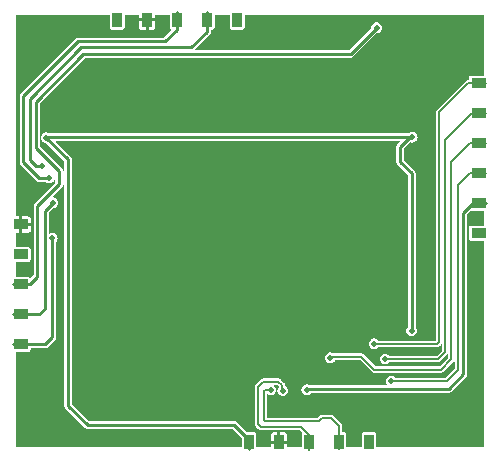
<source format=gbl>
%TF.GenerationSoftware,KiCad,Pcbnew,7.99.0-2677-g3cd60007c5*%
%TF.CreationDate,2023-11-18T11:29:50+03:00*%
%TF.ProjectId,Movita Pro V2_1,4d6f7669-7461-4205-9072-6f2056325f31,rev?*%
%TF.SameCoordinates,Original*%
%TF.FileFunction,Copper,L2,Bot*%
%TF.FilePolarity,Positive*%
%FSLAX46Y46*%
G04 Gerber Fmt 4.6, Leading zero omitted, Abs format (unit mm)*
G04 Created by KiCad (PCBNEW 7.99.0-2677-g3cd60007c5) date 2023-11-18 11:29:50*
%MOMM*%
%LPD*%
G01*
G04 APERTURE LIST*
%TA.AperFunction,CastellatedPad*%
%ADD10R,1.250000X0.850000*%
%TD*%
%TA.AperFunction,CastellatedPad*%
%ADD11R,0.850000X1.250000*%
%TD*%
%TA.AperFunction,ViaPad*%
%ADD12C,0.508000*%
%TD*%
%TA.AperFunction,Conductor*%
%ADD13C,0.254000*%
%TD*%
%TA.AperFunction,Conductor*%
%ADD14C,0.127000*%
%TD*%
G04 APERTURE END LIST*
D10*
%TO.P,J4,1,1*%
%TO.N,/MODEM_NET_STATUS*%
X167881100Y-105183600D03*
%TO.P,J4,2,2*%
%TO.N,VDD_EXT_1V8*%
X167881100Y-102643600D03*
%TO.P,J4,3,3*%
%TO.N,/USIM_VDD*%
X167881100Y-100103600D03*
%TO.P,J4,4,4*%
%TO.N,/USIM_DATA*%
X167881100Y-97563600D03*
%TO.P,J4,5,5*%
%TO.N,/USIM_CLK*%
X167881100Y-95023600D03*
%TO.P,J4,6,6*%
%TO.N,/USIM_RST*%
X167881100Y-92483600D03*
%TD*%
D11*
%TO.P,J1,1,1*%
%TO.N,/USIM_PRESENCE*%
X147446100Y-87128600D03*
%TO.P,J1,2,2*%
%TO.N,/RTS*%
X144906100Y-87128600D03*
%TO.P,J1,3,3*%
%TO.N,/CTS*%
X142366100Y-87128600D03*
%TO.P,J1,4,4*%
%TO.N,GND*%
X139826100Y-87128600D03*
%TO.P,J1,5,5*%
%TO.N,/ANT_DIV*%
X137286100Y-87128600D03*
%TD*%
D10*
%TO.P,J2,1,1*%
%TO.N,GND*%
X129121100Y-104453600D03*
%TO.P,J2,2,2*%
%TO.N,/ANT GNSS*%
X129121100Y-106993600D03*
%TO.P,J2,3,3*%
%TO.N,/ANT MAIN*%
X129121100Y-109533600D03*
%TO.P,J2,4,4*%
%TO.N,/RXD*%
X129121100Y-112073600D03*
%TO.P,J2,5,5*%
%TO.N,/TXD*%
X129121100Y-114613600D03*
%TD*%
D11*
%TO.P,J3,1,1*%
%TO.N,+3V8*%
X148436100Y-122878600D03*
%TO.P,J3,2,2*%
%TO.N,GND*%
X150976100Y-122878600D03*
%TO.P,J3,3,3*%
%TO.N,/USB_P*%
X153516100Y-122878600D03*
%TO.P,J3,4,4*%
%TO.N,/USB_N*%
X156056100Y-122878600D03*
%TO.P,J3,5,5*%
%TO.N,+3V8*%
X158596100Y-122878600D03*
%TD*%
D12*
%TO.N,VDD_EXT_1V8*%
X153346100Y-118433600D03*
%TO.N,GND*%
X141336100Y-122333600D03*
X135466100Y-112483600D03*
X142360300Y-91477440D03*
X135366100Y-99513600D03*
X135346100Y-98523600D03*
X158326100Y-91533600D03*
X162216100Y-95593600D03*
X141396100Y-91493600D03*
X135426100Y-114503600D03*
X143296100Y-122253600D03*
X140326100Y-122323600D03*
X162321100Y-98498600D03*
X148306100Y-118513600D03*
X135356100Y-95503600D03*
X156276100Y-91553600D03*
X135396100Y-111493600D03*
%TO.N,+3V8*%
X162256100Y-97063600D03*
X131276100Y-97093600D03*
X162218630Y-113430870D03*
%TO.N,/RTS*%
X130896100Y-99533600D03*
%TO.N,/CTS*%
X131531100Y-100503600D03*
%TO.N,/ANT MAIN*%
X159246100Y-87803600D03*
%TO.N,/RXD*%
X131830980Y-102598390D03*
%TO.N,/TXD*%
X131786890Y-105610950D03*
%TO.N,/USB_P*%
X151311450Y-118511480D03*
%TO.N,/USB_N*%
X150276100Y-118433600D03*
%TO.N,/USIM_VDD*%
X160496100Y-117713600D03*
%TO.N,/USIM_DATA*%
X155322374Y-115726374D03*
%TO.N,/USIM_CLK*%
X159966100Y-115833600D03*
%TO.N,/USIM_RST*%
X159036100Y-114553600D03*
%TD*%
D13*
%TO.N,VDD_EXT_1V8*%
X153394700Y-118385000D02*
X153574300Y-118385000D01*
X153346100Y-118433600D02*
X153394700Y-118385000D01*
X166595850Y-117115760D02*
X166595850Y-103473850D01*
X153574300Y-118385000D02*
X153584550Y-118374760D01*
X167436100Y-102633600D02*
X168506100Y-102633600D01*
X153584550Y-118374760D02*
X165336850Y-118374760D01*
X165336850Y-118374760D02*
X166595850Y-117115760D01*
X166595850Y-103473850D02*
X167436100Y-102633600D01*
%TO.N,+3V8*%
X162017500Y-97112200D02*
X162207500Y-97112200D01*
X162218630Y-113430870D02*
X162218630Y-100116130D01*
X134786100Y-121443600D02*
X147216100Y-121443600D01*
X161236100Y-99133600D02*
X161236100Y-97893600D01*
X162207500Y-97112200D02*
X162256100Y-97063600D01*
X131338310Y-97031390D02*
X162017500Y-97031390D01*
X161236100Y-99133600D02*
X162218630Y-100116130D01*
X131276100Y-97093600D02*
X131338310Y-97031390D01*
X131276100Y-97093600D02*
X133126100Y-98943600D01*
X133126100Y-119783600D02*
X134786100Y-121443600D01*
X133126100Y-98943600D02*
X133126100Y-119783600D01*
X147216100Y-121443600D02*
X148436100Y-122663600D01*
X161236100Y-97893600D02*
X162017500Y-97112200D01*
X148436100Y-122663600D02*
X148436100Y-123503600D01*
%TO.N,/RTS*%
X130896100Y-99533600D02*
X130436100Y-99533600D01*
X129878100Y-98975600D02*
X129878100Y-93801600D01*
X134218100Y-89461600D02*
X143568100Y-89461600D01*
X143568100Y-89461600D02*
X144906100Y-88123600D01*
X129878100Y-93801600D02*
X134218100Y-89461600D01*
X130436100Y-99533600D02*
X129878100Y-98975600D01*
X144906100Y-88123600D02*
X144906100Y-86503600D01*
%TO.N,/CTS*%
X130696100Y-100513600D02*
X129346100Y-99163600D01*
X141366100Y-88953600D02*
X142366100Y-87953600D01*
X131531100Y-100503600D02*
X131521100Y-100513600D01*
X131521100Y-100513600D02*
X130696100Y-100513600D01*
X133976100Y-88953600D02*
X141366100Y-88953600D01*
X129346100Y-99163600D02*
X129346100Y-93583600D01*
X142366100Y-87953600D02*
X142366100Y-86503600D01*
X129346100Y-93583600D02*
X133976100Y-88953600D01*
%TO.N,/ANT MAIN*%
X132386100Y-101043600D02*
X132386100Y-99963600D01*
X130526100Y-102903600D02*
X132386100Y-101043600D01*
X130386100Y-97963590D02*
X130386100Y-94043600D01*
X134426100Y-90003600D02*
X157046100Y-90003600D01*
X130526100Y-108873600D02*
X130526100Y-102903600D01*
X128496100Y-109533600D02*
X129866100Y-109533600D01*
X132386100Y-99963600D02*
X130386100Y-97963590D01*
X129866100Y-109533600D02*
X130526100Y-108873600D01*
X157046100Y-90003600D02*
X159246100Y-87803600D01*
X130386100Y-94043600D02*
X134426100Y-90003600D01*
%TO.N,/RXD*%
X131151890Y-103277480D02*
X131830980Y-102598390D01*
X128496100Y-112073600D02*
X130686100Y-112073600D01*
X130686100Y-112073600D02*
X131151890Y-111607810D01*
X131151890Y-111607810D02*
X131151890Y-103277480D01*
%TO.N,/TXD*%
X131176100Y-114613600D02*
X131786890Y-114002810D01*
X131786890Y-114002810D02*
X131786890Y-105610950D01*
X128496100Y-114613600D02*
X131176100Y-114613600D01*
D14*
%TO.N,/USB_P*%
X151247070Y-118447100D02*
X151311450Y-118511480D01*
X149197310Y-118198330D02*
X149645930Y-117749720D01*
X153516100Y-123483600D02*
X153516100Y-122243600D01*
X150929810Y-117749720D02*
X151247070Y-118066980D01*
X153516100Y-122243600D02*
X152866100Y-121593600D01*
X151247070Y-118066980D02*
X151247070Y-118447100D01*
X149645930Y-117749720D02*
X150929810Y-117749720D01*
X149436100Y-121593600D02*
X149197310Y-121354810D01*
X149197310Y-121354810D02*
X149197310Y-118198330D01*
X153546100Y-123513600D02*
X153516100Y-123483600D01*
X152866100Y-121593600D02*
X149436100Y-121593600D01*
%TO.N,/USB_N*%
X155386100Y-120813600D02*
X154636100Y-120813600D01*
X156056100Y-121483600D02*
X155386100Y-120813600D01*
X149696100Y-118553600D02*
X149816100Y-118433600D01*
X156056100Y-123503600D02*
X156056100Y-121483600D01*
X154636100Y-120813600D02*
X154386100Y-121063600D01*
X149696100Y-120989200D02*
X149696100Y-118553600D01*
X149816100Y-118433600D02*
X150276100Y-118433600D01*
X154386100Y-121063600D02*
X149770500Y-121063600D01*
X149770500Y-121063600D02*
X149696100Y-120989200D01*
%TO.N,/USIM_VDD*%
X165165730Y-117723600D02*
X166107100Y-116782230D01*
X160506100Y-117723600D02*
X165165730Y-117723600D01*
X160496100Y-117713600D02*
X160506100Y-117723600D01*
X167136100Y-100103600D02*
X168506100Y-100103600D01*
X166107100Y-116782230D02*
X166107100Y-101132600D01*
X166107100Y-101132600D02*
X167136100Y-100103600D01*
%TO.N,/USIM_DATA*%
X155415148Y-115633600D02*
X157964010Y-115633600D01*
X164716100Y-116733600D02*
X165586100Y-115863600D01*
X155322374Y-115726374D02*
X155415148Y-115633600D01*
X159064010Y-116733600D02*
X164716100Y-116733600D01*
X157964010Y-115633600D02*
X159064010Y-116733600D01*
X165586100Y-99163600D02*
X167196100Y-97553600D01*
X165586100Y-115863600D02*
X165586100Y-99163600D01*
X167196100Y-97553600D02*
X168506100Y-97553600D01*
%TO.N,/USIM_CLK*%
X165078100Y-115233600D02*
X165078100Y-97291600D01*
X164468100Y-115843600D02*
X165078100Y-115233600D01*
X165078100Y-97291600D02*
X167356100Y-95013600D01*
X167356100Y-95013600D02*
X168506100Y-95013600D01*
X159976100Y-115843600D02*
X164468100Y-115843600D01*
%TO.N,/USIM_RST*%
X167016100Y-92473600D02*
X168506100Y-92473600D01*
X164536100Y-94953600D02*
X167016100Y-92473600D01*
X159036100Y-114553600D02*
X159056100Y-114573600D01*
X164536100Y-114424810D02*
X164536100Y-94953600D01*
X164387310Y-114573600D02*
X164536100Y-114424810D01*
X159056100Y-114573600D02*
X164387310Y-114573600D01*
%TD*%
%TA.AperFunction,Conductor*%
%TO.N,GND*%
G36*
X132789738Y-101122158D02*
G01*
X132798600Y-101150264D01*
X132798600Y-119768227D01*
X132798507Y-119770363D01*
X132794813Y-119812586D01*
X132805778Y-119853507D01*
X132806241Y-119855594D01*
X132813602Y-119897337D01*
X132817695Y-119904427D01*
X132822588Y-119916242D01*
X132824705Y-119924142D01*
X132824706Y-119924143D01*
X132849015Y-119958860D01*
X132850156Y-119960651D01*
X132871348Y-119997358D01*
X132903814Y-120024600D01*
X132905391Y-120026045D01*
X134543653Y-121664308D01*
X134545098Y-121665885D01*
X134572336Y-121698347D01*
X134572338Y-121698349D01*
X134609036Y-121719536D01*
X134610840Y-121720685D01*
X134645555Y-121744994D01*
X134645557Y-121744995D01*
X134653460Y-121747112D01*
X134665280Y-121752009D01*
X134672358Y-121756095D01*
X134672358Y-121756096D01*
X134672359Y-121756096D01*
X134672361Y-121756097D01*
X134705218Y-121761890D01*
X134714094Y-121763455D01*
X134716178Y-121763917D01*
X134757116Y-121774887D01*
X134792064Y-121771829D01*
X134799342Y-121771193D01*
X134801478Y-121771100D01*
X147060150Y-121771100D01*
X147094798Y-121785452D01*
X147796248Y-122486902D01*
X147810600Y-122521550D01*
X147810600Y-123254100D01*
X147796248Y-123288748D01*
X147761600Y-123303100D01*
X128745600Y-123303100D01*
X128710952Y-123288748D01*
X128696600Y-123254100D01*
X128696600Y-115288100D01*
X128710952Y-115253452D01*
X128745600Y-115239100D01*
X129765845Y-115239100D01*
X129765848Y-115239100D01*
X129824331Y-115227467D01*
X129890652Y-115183152D01*
X129934967Y-115116831D01*
X129946600Y-115058348D01*
X129946600Y-114990100D01*
X129960952Y-114955452D01*
X129995600Y-114941100D01*
X131160727Y-114941100D01*
X131162863Y-114941193D01*
X131170809Y-114941888D01*
X131205084Y-114944887D01*
X131246021Y-114933916D01*
X131248100Y-114933456D01*
X131289839Y-114926097D01*
X131296927Y-114922004D01*
X131308737Y-114917111D01*
X131316643Y-114914994D01*
X131351350Y-114890691D01*
X131353147Y-114889545D01*
X131389860Y-114868350D01*
X131417118Y-114835863D01*
X131418539Y-114834313D01*
X132007620Y-114245233D01*
X132009158Y-114243823D01*
X132041640Y-114216570D01*
X132062830Y-114179865D01*
X132063976Y-114178068D01*
X132070429Y-114168852D01*
X132088285Y-114143353D01*
X132090403Y-114135444D01*
X132095297Y-114123632D01*
X132099387Y-114116549D01*
X132106745Y-114074812D01*
X132107208Y-114072726D01*
X132114894Y-114044047D01*
X132118177Y-114031794D01*
X132114483Y-113989568D01*
X132114390Y-113987432D01*
X132114390Y-105945312D01*
X132126358Y-105913224D01*
X132173169Y-105859201D01*
X132173172Y-105859198D01*
X132227464Y-105740314D01*
X132246064Y-105610950D01*
X132227464Y-105481586D01*
X132173172Y-105362702D01*
X132087585Y-105263929D01*
X131977638Y-105193271D01*
X131977635Y-105193270D01*
X131852241Y-105156450D01*
X131852237Y-105156450D01*
X131721543Y-105156450D01*
X131721538Y-105156450D01*
X131596144Y-105193270D01*
X131596142Y-105193270D01*
X131596142Y-105193271D01*
X131554880Y-105219788D01*
X131517974Y-105226446D01*
X131487168Y-105205057D01*
X131479390Y-105178566D01*
X131479390Y-103433430D01*
X131493742Y-103398782D01*
X131825283Y-103067242D01*
X131859931Y-103052890D01*
X131896326Y-103052890D01*
X131896327Y-103052890D01*
X131896329Y-103052889D01*
X131896331Y-103052889D01*
X131917064Y-103046800D01*
X132021728Y-103016069D01*
X132131675Y-102945411D01*
X132217262Y-102846638D01*
X132271554Y-102727754D01*
X132290154Y-102598390D01*
X132289485Y-102593740D01*
X132277166Y-102508060D01*
X132271554Y-102469026D01*
X132217262Y-102350142D01*
X132131675Y-102251369D01*
X132021728Y-102180711D01*
X132021725Y-102180710D01*
X131896331Y-102143890D01*
X131896327Y-102143890D01*
X131867259Y-102143890D01*
X131832611Y-102129538D01*
X131818259Y-102094890D01*
X131832611Y-102060242D01*
X131923753Y-101969100D01*
X132606819Y-101286034D01*
X132608369Y-101284613D01*
X132640850Y-101257360D01*
X132662043Y-101220650D01*
X132663183Y-101218860D01*
X132687494Y-101184143D01*
X132689611Y-101176237D01*
X132694504Y-101164427D01*
X132698597Y-101157339D01*
X132701344Y-101141755D01*
X132721494Y-101110126D01*
X132758108Y-101102008D01*
X132789738Y-101122158D01*
G37*
%TD.AperFunction*%
%TA.AperFunction,Conductor*%
G36*
X146806248Y-86718452D02*
G01*
X146820600Y-86753100D01*
X146820600Y-87773348D01*
X146832233Y-87831831D01*
X146849982Y-87858395D01*
X146876547Y-87898152D01*
X146903112Y-87915901D01*
X146942869Y-87942467D01*
X147001352Y-87954100D01*
X147001355Y-87954100D01*
X147890845Y-87954100D01*
X147890848Y-87954100D01*
X147949331Y-87942467D01*
X148015652Y-87898152D01*
X148059967Y-87831831D01*
X148071600Y-87773348D01*
X148071600Y-86753100D01*
X148085952Y-86718452D01*
X148120600Y-86704100D01*
X168256600Y-86704100D01*
X168291248Y-86718452D01*
X168305600Y-86753100D01*
X168305600Y-91809100D01*
X168291248Y-91843748D01*
X168256600Y-91858100D01*
X167236352Y-91858100D01*
X167177869Y-91869733D01*
X167111547Y-91914047D01*
X167067233Y-91980369D01*
X167055600Y-92038852D01*
X167055600Y-92038855D01*
X167055600Y-92156357D01*
X167041248Y-92191005D01*
X167016159Y-92204415D01*
X166913094Y-92224915D01*
X166880474Y-92246711D01*
X166847810Y-92268537D01*
X166847806Y-92268540D01*
X166847591Y-92268684D01*
X166847579Y-92268692D01*
X166825766Y-92283268D01*
X166825763Y-92283271D01*
X166813719Y-92301296D01*
X166807626Y-92308720D01*
X164371221Y-94745125D01*
X164363799Y-94751217D01*
X164345767Y-94763266D01*
X164327854Y-94790073D01*
X164327852Y-94790077D01*
X164287417Y-94850592D01*
X164266928Y-94953600D01*
X164271159Y-94974870D01*
X164272100Y-94984429D01*
X164272100Y-114260600D01*
X164257748Y-114295248D01*
X164223100Y-114309600D01*
X159448441Y-114309600D01*
X159413793Y-114295248D01*
X159411409Y-114292688D01*
X159336795Y-114206579D01*
X159226848Y-114135921D01*
X159225241Y-114135449D01*
X159101451Y-114099100D01*
X159101447Y-114099100D01*
X158970753Y-114099100D01*
X158970748Y-114099100D01*
X158845354Y-114135920D01*
X158845352Y-114135920D01*
X158845352Y-114135921D01*
X158811549Y-114157644D01*
X158735404Y-114206579D01*
X158649820Y-114305348D01*
X158649817Y-114305352D01*
X158595526Y-114424234D01*
X158576926Y-114553598D01*
X158576926Y-114553601D01*
X158595526Y-114682965D01*
X158649817Y-114801847D01*
X158649820Y-114801851D01*
X158728603Y-114892771D01*
X158735405Y-114900621D01*
X158845352Y-114971279D01*
X158909451Y-114990100D01*
X158970748Y-115008099D01*
X158970751Y-115008099D01*
X158970753Y-115008100D01*
X158970754Y-115008100D01*
X159101446Y-115008100D01*
X159101447Y-115008100D01*
X159101449Y-115008099D01*
X159101451Y-115008099D01*
X159122184Y-115002010D01*
X159226848Y-114971279D01*
X159336795Y-114900621D01*
X159376749Y-114854512D01*
X159410285Y-114837725D01*
X159413781Y-114837600D01*
X164356480Y-114837600D01*
X164366038Y-114838540D01*
X164387310Y-114842772D01*
X164490318Y-114822283D01*
X164555600Y-114778662D01*
X164555600Y-114778661D01*
X164565797Y-114771848D01*
X164565798Y-114771846D01*
X164577643Y-114763933D01*
X164589695Y-114745894D01*
X164595780Y-114738480D01*
X164700980Y-114633280D01*
X164708394Y-114627195D01*
X164726433Y-114615143D01*
X164726435Y-114615139D01*
X164729845Y-114611731D01*
X164731555Y-114613441D01*
X164755527Y-114597414D01*
X164792311Y-114604720D01*
X164813156Y-114635897D01*
X164814100Y-114645470D01*
X164814100Y-115103952D01*
X164799748Y-115138600D01*
X164373100Y-115565248D01*
X164338452Y-115579600D01*
X160369776Y-115579600D01*
X160335128Y-115565248D01*
X160332744Y-115562688D01*
X160266795Y-115486579D01*
X160253642Y-115478126D01*
X160156848Y-115415921D01*
X160156845Y-115415920D01*
X160031451Y-115379100D01*
X160031447Y-115379100D01*
X159900753Y-115379100D01*
X159900748Y-115379100D01*
X159775354Y-115415920D01*
X159665404Y-115486579D01*
X159579820Y-115585348D01*
X159579817Y-115585352D01*
X159525526Y-115704234D01*
X159506926Y-115833598D01*
X159506926Y-115833601D01*
X159525526Y-115962965D01*
X159579817Y-116081847D01*
X159579820Y-116081851D01*
X159665403Y-116180619D01*
X159665405Y-116180621D01*
X159775352Y-116251279D01*
X159845127Y-116271766D01*
X159900748Y-116288099D01*
X159900751Y-116288099D01*
X159900753Y-116288100D01*
X159900754Y-116288100D01*
X160031446Y-116288100D01*
X160031447Y-116288100D01*
X160031449Y-116288099D01*
X160031451Y-116288099D01*
X160052184Y-116282010D01*
X160156848Y-116251279D01*
X160266795Y-116180621D01*
X160315414Y-116124512D01*
X160348950Y-116107725D01*
X160352446Y-116107600D01*
X164437270Y-116107600D01*
X164446828Y-116108540D01*
X164468100Y-116112772D01*
X164571108Y-116092283D01*
X164636390Y-116048662D01*
X164636390Y-116048661D01*
X164646587Y-116041848D01*
X164646588Y-116041846D01*
X164658433Y-116033933D01*
X164670485Y-116015894D01*
X164676570Y-116008480D01*
X165238452Y-115446599D01*
X165273100Y-115432247D01*
X165307748Y-115446599D01*
X165322100Y-115481247D01*
X165322100Y-115733951D01*
X165307748Y-115768599D01*
X164621100Y-116455248D01*
X164586452Y-116469600D01*
X159193658Y-116469600D01*
X159159010Y-116455248D01*
X158172484Y-115468722D01*
X158166392Y-115461299D01*
X158154343Y-115443267D01*
X158125408Y-115423933D01*
X158067015Y-115384915D01*
X157990012Y-115369600D01*
X157985281Y-115368659D01*
X157964010Y-115364428D01*
X157964009Y-115364428D01*
X157942739Y-115368659D01*
X157933180Y-115369600D01*
X155622281Y-115369600D01*
X155595790Y-115361822D01*
X155513122Y-115308695D01*
X155513119Y-115308694D01*
X155387725Y-115271874D01*
X155387721Y-115271874D01*
X155257027Y-115271874D01*
X155257022Y-115271874D01*
X155131628Y-115308694D01*
X155021678Y-115379353D01*
X154936094Y-115478122D01*
X154936091Y-115478126D01*
X154881800Y-115597008D01*
X154863200Y-115726372D01*
X154863200Y-115726375D01*
X154881800Y-115855739D01*
X154936091Y-115974621D01*
X154936094Y-115974625D01*
X154994343Y-116041848D01*
X155021679Y-116073395D01*
X155131626Y-116144053D01*
X155201401Y-116164540D01*
X155257022Y-116180873D01*
X155257025Y-116180873D01*
X155257027Y-116180874D01*
X155257028Y-116180874D01*
X155387720Y-116180874D01*
X155387721Y-116180874D01*
X155387723Y-116180873D01*
X155387725Y-116180873D01*
X155408458Y-116174784D01*
X155513122Y-116144053D01*
X155623069Y-116073395D01*
X155708656Y-115974622D01*
X155730749Y-115926245D01*
X155758197Y-115900689D01*
X155775321Y-115897600D01*
X157834362Y-115897600D01*
X157869010Y-115911952D01*
X158855534Y-116898476D01*
X158861628Y-116905901D01*
X158873676Y-116923933D01*
X158895719Y-116938661D01*
X158895720Y-116938662D01*
X158961002Y-116982283D01*
X159064010Y-117002772D01*
X159085281Y-116998540D01*
X159094840Y-116997600D01*
X164685270Y-116997600D01*
X164694828Y-116998540D01*
X164716100Y-117002772D01*
X164819108Y-116982283D01*
X164884390Y-116938662D01*
X164884390Y-116938661D01*
X164894587Y-116931848D01*
X164894588Y-116931846D01*
X164906433Y-116923933D01*
X164918485Y-116905894D01*
X164924570Y-116898480D01*
X165750982Y-116072069D01*
X165758400Y-116065981D01*
X165766880Y-116060316D01*
X165803663Y-116053002D01*
X165834844Y-116073840D01*
X165843100Y-116101060D01*
X165843100Y-116652582D01*
X165828748Y-116687230D01*
X165070730Y-117445248D01*
X165036082Y-117459600D01*
X160899776Y-117459600D01*
X160865128Y-117445248D01*
X160862744Y-117442688D01*
X160796795Y-117366579D01*
X160781516Y-117356760D01*
X160686848Y-117295921D01*
X160686845Y-117295920D01*
X160561451Y-117259100D01*
X160561447Y-117259100D01*
X160430753Y-117259100D01*
X160430748Y-117259100D01*
X160305354Y-117295920D01*
X160195404Y-117366579D01*
X160109820Y-117465348D01*
X160109817Y-117465352D01*
X160055526Y-117584234D01*
X160036926Y-117713598D01*
X160036926Y-117713601D01*
X160055526Y-117842965D01*
X160109817Y-117961847D01*
X160109823Y-117961855D01*
X160113564Y-117966173D01*
X160125407Y-118001757D01*
X160108619Y-118035292D01*
X160076532Y-118047260D01*
X153599999Y-118047260D01*
X153597850Y-118047165D01*
X153597016Y-118047091D01*
X153595524Y-118046960D01*
X153573339Y-118039372D01*
X153558812Y-118030036D01*
X153536848Y-118015921D01*
X153536847Y-118015920D01*
X153536846Y-118015920D01*
X153411451Y-117979100D01*
X153411447Y-117979100D01*
X153280753Y-117979100D01*
X153280748Y-117979100D01*
X153155354Y-118015920D01*
X153155352Y-118015920D01*
X153155352Y-118015921D01*
X153133385Y-118030038D01*
X153045404Y-118086579D01*
X152959820Y-118185348D01*
X152959817Y-118185352D01*
X152905526Y-118304234D01*
X152886926Y-118433598D01*
X152886926Y-118433601D01*
X152905526Y-118562965D01*
X152959817Y-118681847D01*
X152959820Y-118681851D01*
X152980786Y-118706047D01*
X153045405Y-118780621D01*
X153155352Y-118851279D01*
X153225127Y-118871766D01*
X153280748Y-118888099D01*
X153280751Y-118888099D01*
X153280753Y-118888100D01*
X153280754Y-118888100D01*
X153411446Y-118888100D01*
X153411447Y-118888100D01*
X153411449Y-118888099D01*
X153411451Y-118888099D01*
X153432184Y-118882010D01*
X153536848Y-118851279D01*
X153646795Y-118780621D01*
X153700041Y-118719172D01*
X153733577Y-118702385D01*
X153737073Y-118702260D01*
X165321477Y-118702260D01*
X165323613Y-118702353D01*
X165331559Y-118703048D01*
X165365834Y-118706047D01*
X165406771Y-118695076D01*
X165408850Y-118694616D01*
X165450589Y-118687257D01*
X165457677Y-118683164D01*
X165469487Y-118678271D01*
X165477393Y-118676154D01*
X165512100Y-118651851D01*
X165513897Y-118650705D01*
X165550610Y-118629510D01*
X165577868Y-118597023D01*
X165579289Y-118595473D01*
X166816580Y-117358183D01*
X166818118Y-117356773D01*
X166850600Y-117329520D01*
X166871796Y-117292805D01*
X166872936Y-117291016D01*
X166897244Y-117256303D01*
X166899361Y-117248397D01*
X166904254Y-117236587D01*
X166908347Y-117229499D01*
X166915706Y-117187758D01*
X166916169Y-117185672D01*
X166927137Y-117144744D01*
X166923443Y-117102522D01*
X166923350Y-117100386D01*
X166923350Y-103629800D01*
X166937702Y-103595152D01*
X167249403Y-103283452D01*
X167284051Y-103269100D01*
X168256600Y-103269100D01*
X168291248Y-103283452D01*
X168305600Y-103318100D01*
X168305600Y-104509100D01*
X168291248Y-104543748D01*
X168256600Y-104558100D01*
X167236352Y-104558100D01*
X167177869Y-104569733D01*
X167111547Y-104614047D01*
X167067233Y-104680369D01*
X167055600Y-104738852D01*
X167055600Y-105628348D01*
X167067233Y-105686831D01*
X167084982Y-105713395D01*
X167111547Y-105753152D01*
X167138112Y-105770901D01*
X167177869Y-105797467D01*
X167236352Y-105809100D01*
X168256600Y-105809100D01*
X168291248Y-105823452D01*
X168305600Y-105858100D01*
X168305600Y-123254100D01*
X168291248Y-123288748D01*
X168256600Y-123303100D01*
X159270600Y-123303100D01*
X159235952Y-123288748D01*
X159221600Y-123254100D01*
X159221600Y-122233855D01*
X159221600Y-122233852D01*
X159209967Y-122175369D01*
X159183401Y-122135612D01*
X159165652Y-122109047D01*
X159125895Y-122082482D01*
X159099331Y-122064733D01*
X159040848Y-122053100D01*
X158151352Y-122053100D01*
X158092869Y-122064733D01*
X158026547Y-122109047D01*
X157996182Y-122154493D01*
X157982233Y-122175369D01*
X157970600Y-122233852D01*
X157970600Y-122233855D01*
X157970600Y-123254100D01*
X157956248Y-123288748D01*
X157921600Y-123303100D01*
X156730600Y-123303100D01*
X156695952Y-123288748D01*
X156681600Y-123254100D01*
X156681600Y-122233855D01*
X156681600Y-122233852D01*
X156669967Y-122175369D01*
X156643401Y-122135612D01*
X156625652Y-122109047D01*
X156585895Y-122082482D01*
X156559331Y-122064733D01*
X156500848Y-122053100D01*
X156500845Y-122053100D01*
X156369100Y-122053100D01*
X156334452Y-122038748D01*
X156320100Y-122004100D01*
X156320100Y-121514425D01*
X156321041Y-121504867D01*
X156321059Y-121504771D01*
X156325271Y-121483600D01*
X156320100Y-121457601D01*
X156320100Y-121457598D01*
X156304783Y-121380592D01*
X156266955Y-121323979D01*
X156246433Y-121293266D01*
X156228401Y-121281218D01*
X156220976Y-121275124D01*
X155594574Y-120648722D01*
X155588482Y-120641299D01*
X155576433Y-120623267D01*
X155489108Y-120564917D01*
X155489107Y-120564916D01*
X155489105Y-120564915D01*
X155412102Y-120549600D01*
X155407371Y-120548659D01*
X155386100Y-120544428D01*
X155386099Y-120544428D01*
X155364829Y-120548659D01*
X155355270Y-120549600D01*
X154666926Y-120549600D01*
X154657368Y-120548659D01*
X154646614Y-120546520D01*
X154636100Y-120544429D01*
X154636099Y-120544429D01*
X154612465Y-120549128D01*
X154612459Y-120549131D01*
X154610101Y-120549600D01*
X154610098Y-120549600D01*
X154533102Y-120564915D01*
X154533092Y-120564917D01*
X154445769Y-120623264D01*
X154445766Y-120623267D01*
X154433717Y-120641299D01*
X154427625Y-120648721D01*
X154291100Y-120785248D01*
X154256452Y-120799600D01*
X150009100Y-120799600D01*
X149974452Y-120785248D01*
X149960100Y-120750600D01*
X149960100Y-118860521D01*
X149974452Y-118825873D01*
X150009100Y-118811521D01*
X150035591Y-118819300D01*
X150085352Y-118851279D01*
X150160767Y-118873423D01*
X150210748Y-118888099D01*
X150210751Y-118888099D01*
X150210753Y-118888100D01*
X150210754Y-118888100D01*
X150341446Y-118888100D01*
X150341447Y-118888100D01*
X150341449Y-118888099D01*
X150341451Y-118888099D01*
X150362184Y-118882010D01*
X150466848Y-118851279D01*
X150576795Y-118780621D01*
X150662382Y-118681848D01*
X150716674Y-118562964D01*
X150735274Y-118433600D01*
X150716674Y-118304236D01*
X150662382Y-118185352D01*
X150662379Y-118185348D01*
X150583926Y-118094808D01*
X150572083Y-118059224D01*
X150588870Y-118025688D01*
X150620958Y-118013720D01*
X150800162Y-118013720D01*
X150834810Y-118028072D01*
X150960131Y-118153393D01*
X150974483Y-118188041D01*
X150962516Y-118220128D01*
X150925168Y-118263231D01*
X150925167Y-118263234D01*
X150870876Y-118382114D01*
X150852276Y-118511478D01*
X150852276Y-118511481D01*
X150870876Y-118640845D01*
X150925167Y-118759727D01*
X150925170Y-118759731D01*
X151004496Y-118851278D01*
X151010755Y-118858501D01*
X151120702Y-118929159D01*
X151190477Y-118949646D01*
X151246098Y-118965979D01*
X151246101Y-118965979D01*
X151246103Y-118965980D01*
X151246104Y-118965980D01*
X151376796Y-118965980D01*
X151376797Y-118965980D01*
X151376799Y-118965979D01*
X151376801Y-118965979D01*
X151397534Y-118959890D01*
X151502198Y-118929159D01*
X151612145Y-118858501D01*
X151697732Y-118759728D01*
X151752024Y-118640844D01*
X151770624Y-118511480D01*
X151752024Y-118382116D01*
X151697732Y-118263232D01*
X151680432Y-118243267D01*
X151612145Y-118164459D01*
X151584880Y-118146937D01*
X151537997Y-118116807D01*
X151516609Y-118086002D01*
X151516483Y-118071806D01*
X151516241Y-118071806D01*
X151516241Y-118066980D01*
X151511070Y-118040982D01*
X151511070Y-118040981D01*
X151511070Y-118040978D01*
X151495753Y-117963972D01*
X151472159Y-117928662D01*
X151452132Y-117898690D01*
X151452131Y-117898689D01*
X151450794Y-117896688D01*
X151437403Y-117876646D01*
X151419371Y-117864598D01*
X151411946Y-117858504D01*
X151138284Y-117584842D01*
X151132192Y-117577419D01*
X151120143Y-117559387D01*
X151032818Y-117501037D01*
X151032817Y-117501036D01*
X151032815Y-117501035D01*
X150955812Y-117485720D01*
X150951081Y-117484779D01*
X150929810Y-117480548D01*
X150929809Y-117480548D01*
X150908539Y-117484779D01*
X150898980Y-117485720D01*
X149676758Y-117485720D01*
X149667200Y-117484779D01*
X149657486Y-117482847D01*
X149645933Y-117480549D01*
X149645932Y-117480549D01*
X149621544Y-117485399D01*
X149621539Y-117485400D01*
X149619930Y-117485720D01*
X149619928Y-117485720D01*
X149601785Y-117489328D01*
X149564025Y-117496838D01*
X149551912Y-117499248D01*
X149547659Y-117500094D01*
X149546380Y-117500220D01*
X149542922Y-117501036D01*
X149509653Y-117523267D01*
X149477642Y-117544656D01*
X149477639Y-117544658D01*
X149455596Y-117559387D01*
X149455594Y-117559389D01*
X149443549Y-117577415D01*
X149437457Y-117584838D01*
X149032428Y-117989858D01*
X149025006Y-117995949D01*
X149006977Y-118007996D01*
X148992248Y-118030038D01*
X148948627Y-118095320D01*
X148947811Y-118098774D01*
X148947686Y-118100053D01*
X148943158Y-118122819D01*
X148928138Y-118198324D01*
X148928138Y-118198325D01*
X148932369Y-118219598D01*
X148933310Y-118229157D01*
X148933310Y-121323979D01*
X148932369Y-121333537D01*
X148928138Y-121354810D01*
X148933266Y-121380592D01*
X148933310Y-121380812D01*
X148948625Y-121457815D01*
X148948626Y-121457817D01*
X148948627Y-121457818D01*
X149006977Y-121545143D01*
X149025009Y-121557192D01*
X149032432Y-121563284D01*
X149227624Y-121758476D01*
X149233718Y-121765901D01*
X149245766Y-121783933D01*
X149280744Y-121807304D01*
X149333092Y-121842283D01*
X149410098Y-121857600D01*
X149410102Y-121857600D01*
X149436100Y-121862771D01*
X149453773Y-121859255D01*
X149457368Y-121858541D01*
X149466926Y-121857600D01*
X152736452Y-121857600D01*
X152771099Y-121871951D01*
X152942805Y-122043658D01*
X152957157Y-122078305D01*
X152948899Y-122105528D01*
X152902233Y-122175368D01*
X152902233Y-122175369D01*
X152890600Y-122233852D01*
X152890600Y-122233855D01*
X152890600Y-123254100D01*
X152876248Y-123288748D01*
X152841600Y-123303100D01*
X151704100Y-123303100D01*
X151669452Y-123288748D01*
X151655100Y-123254100D01*
X151655100Y-123005600D01*
X150297101Y-123005600D01*
X150297101Y-123254100D01*
X150282749Y-123288748D01*
X150248101Y-123303100D01*
X149110600Y-123303100D01*
X149075952Y-123288748D01*
X149061600Y-123254100D01*
X149061600Y-122751600D01*
X150297100Y-122751600D01*
X150849100Y-122751600D01*
X150849100Y-121999600D01*
X151103100Y-121999600D01*
X151103100Y-122751600D01*
X151655099Y-122751600D01*
X151655099Y-122228586D01*
X151640362Y-122154493D01*
X151584224Y-122070475D01*
X151500206Y-122014337D01*
X151426114Y-121999600D01*
X151103100Y-121999600D01*
X150849100Y-121999600D01*
X150526086Y-121999600D01*
X150451993Y-122014337D01*
X150367975Y-122070475D01*
X150311837Y-122154493D01*
X150297100Y-122228586D01*
X150297100Y-122751600D01*
X149061600Y-122751600D01*
X149061600Y-122233855D01*
X149061600Y-122233852D01*
X149049967Y-122175369D01*
X149023401Y-122135612D01*
X149005652Y-122109047D01*
X148965895Y-122082482D01*
X148939331Y-122064733D01*
X148880848Y-122053100D01*
X148880845Y-122053100D01*
X148309051Y-122053100D01*
X148274403Y-122038748D01*
X147458545Y-121222891D01*
X147457100Y-121221314D01*
X147429858Y-121188848D01*
X147393151Y-121167656D01*
X147391360Y-121166515D01*
X147356643Y-121142206D01*
X147356642Y-121142205D01*
X147348742Y-121140088D01*
X147336927Y-121135195D01*
X147329837Y-121131102D01*
X147288094Y-121123741D01*
X147286007Y-121123278D01*
X147245086Y-121112313D01*
X147245084Y-121112313D01*
X147227787Y-121113826D01*
X147202863Y-121116007D01*
X147200727Y-121116100D01*
X134942051Y-121116100D01*
X134907403Y-121101748D01*
X133467952Y-119662297D01*
X133453600Y-119627649D01*
X133453600Y-98958961D01*
X133453692Y-98956842D01*
X133457387Y-98914616D01*
X133446418Y-98873682D01*
X133445956Y-98871598D01*
X133442905Y-98854297D01*
X133438597Y-98829861D01*
X133434505Y-98822774D01*
X133429610Y-98810956D01*
X133427494Y-98803057D01*
X133403194Y-98768353D01*
X133402046Y-98766551D01*
X133380849Y-98729839D01*
X133380847Y-98729836D01*
X133348385Y-98702598D01*
X133346808Y-98701153D01*
X132733751Y-98088096D01*
X132088191Y-97442537D01*
X132073840Y-97407890D01*
X132088192Y-97373242D01*
X132122840Y-97358890D01*
X161189360Y-97358890D01*
X161224008Y-97373242D01*
X161238360Y-97407890D01*
X161224008Y-97442538D01*
X161015396Y-97651148D01*
X161013821Y-97652592D01*
X160981349Y-97679840D01*
X160960157Y-97716544D01*
X160959009Y-97718347D01*
X160934708Y-97753053D01*
X160934705Y-97753059D01*
X160932587Y-97760962D01*
X160927696Y-97772771D01*
X160923602Y-97779862D01*
X160916244Y-97821592D01*
X160915781Y-97823679D01*
X160904813Y-97864614D01*
X160904813Y-97864616D01*
X160908507Y-97906842D01*
X160908600Y-97908961D01*
X160908600Y-99118227D01*
X160908507Y-99120363D01*
X160904813Y-99162586D01*
X160915778Y-99203507D01*
X160916241Y-99205594D01*
X160923602Y-99247337D01*
X160927695Y-99254427D01*
X160932588Y-99266242D01*
X160934705Y-99274142D01*
X160934706Y-99274143D01*
X160959015Y-99308860D01*
X160960156Y-99310651D01*
X160981348Y-99347358D01*
X160981349Y-99347359D01*
X160981350Y-99347360D01*
X161013814Y-99374600D01*
X161015391Y-99376045D01*
X161876778Y-100237432D01*
X161891130Y-100272080D01*
X161891130Y-113096507D01*
X161879162Y-113128595D01*
X161832349Y-113182621D01*
X161832347Y-113182624D01*
X161778056Y-113301504D01*
X161759456Y-113430868D01*
X161759456Y-113430871D01*
X161778056Y-113560235D01*
X161832347Y-113679117D01*
X161832350Y-113679121D01*
X161917934Y-113777890D01*
X161917935Y-113777891D01*
X162027882Y-113848549D01*
X162091248Y-113867155D01*
X162153278Y-113885369D01*
X162153281Y-113885369D01*
X162153283Y-113885370D01*
X162153284Y-113885370D01*
X162283976Y-113885370D01*
X162283977Y-113885370D01*
X162283979Y-113885369D01*
X162283981Y-113885369D01*
X162304714Y-113879280D01*
X162409378Y-113848549D01*
X162519325Y-113777891D01*
X162604912Y-113679118D01*
X162659204Y-113560234D01*
X162677804Y-113430870D01*
X162659204Y-113301506D01*
X162604912Y-113182622D01*
X162558098Y-113128595D01*
X162546130Y-113096507D01*
X162546130Y-100131494D01*
X162546223Y-100129358D01*
X162547081Y-100119549D01*
X162549916Y-100087146D01*
X162549587Y-100085920D01*
X162538950Y-100046223D01*
X162538487Y-100044135D01*
X162537515Y-100038625D01*
X162531127Y-100002391D01*
X162527035Y-99995304D01*
X162522140Y-99983486D01*
X162520024Y-99975587D01*
X162495724Y-99940883D01*
X162494576Y-99939081D01*
X162473379Y-99902369D01*
X162473377Y-99902366D01*
X162440915Y-99875128D01*
X162439338Y-99873683D01*
X161577952Y-99012297D01*
X161563600Y-98977649D01*
X161563600Y-98049549D01*
X161577951Y-98014902D01*
X162080526Y-97512326D01*
X162115173Y-97497975D01*
X162128972Y-97499959D01*
X162190753Y-97518100D01*
X162190758Y-97518100D01*
X162321446Y-97518100D01*
X162321447Y-97518100D01*
X162321449Y-97518099D01*
X162321451Y-97518099D01*
X162344677Y-97511279D01*
X162446848Y-97481279D01*
X162556795Y-97410621D01*
X162642382Y-97311848D01*
X162696674Y-97192964D01*
X162715274Y-97063600D01*
X162714809Y-97060369D01*
X162705274Y-96994048D01*
X162696674Y-96934236D01*
X162642382Y-96815352D01*
X162556795Y-96716579D01*
X162446848Y-96645921D01*
X162446845Y-96645920D01*
X162321451Y-96609100D01*
X162321447Y-96609100D01*
X162190753Y-96609100D01*
X162190748Y-96609100D01*
X162065351Y-96645921D01*
X161987254Y-96696111D01*
X161960763Y-96703890D01*
X131524757Y-96703890D01*
X131498266Y-96696112D01*
X131466848Y-96675921D01*
X131466847Y-96675920D01*
X131466846Y-96675920D01*
X131341451Y-96639100D01*
X131341447Y-96639100D01*
X131210753Y-96639100D01*
X131210748Y-96639100D01*
X131085354Y-96675920D01*
X130975404Y-96746579D01*
X130889820Y-96845348D01*
X130889817Y-96845352D01*
X130835526Y-96964234D01*
X130816926Y-97093598D01*
X130816926Y-97093601D01*
X130835526Y-97222965D01*
X130889817Y-97341847D01*
X130889820Y-97341851D01*
X130949409Y-97410620D01*
X130975405Y-97440621D01*
X131085352Y-97511279D01*
X131155127Y-97531766D01*
X131210748Y-97548099D01*
X131210751Y-97548099D01*
X131210753Y-97548100D01*
X131247150Y-97548100D01*
X131281798Y-97562452D01*
X132784248Y-99064902D01*
X132798600Y-99099550D01*
X132798600Y-99856935D01*
X132784248Y-99891583D01*
X132749600Y-99905935D01*
X132714952Y-99891583D01*
X132701344Y-99865444D01*
X132698597Y-99849861D01*
X132697715Y-99848334D01*
X132694509Y-99842780D01*
X132689612Y-99830959D01*
X132687495Y-99823057D01*
X132663183Y-99788338D01*
X132662036Y-99786536D01*
X132640849Y-99749839D01*
X132636723Y-99746377D01*
X132608376Y-99722591D01*
X132606814Y-99721159D01*
X130727952Y-97842287D01*
X130713600Y-97807639D01*
X130713600Y-94199550D01*
X130727952Y-94164902D01*
X134547403Y-90345452D01*
X134582051Y-90331100D01*
X157030727Y-90331100D01*
X157032863Y-90331193D01*
X157040809Y-90331888D01*
X157075084Y-90334887D01*
X157116021Y-90323916D01*
X157118100Y-90323456D01*
X157159839Y-90316097D01*
X157166927Y-90312004D01*
X157178737Y-90307111D01*
X157186643Y-90304994D01*
X157221350Y-90280691D01*
X157223147Y-90279545D01*
X157259860Y-90258350D01*
X157287118Y-90225863D01*
X157288539Y-90224313D01*
X159240403Y-88272452D01*
X159275051Y-88258100D01*
X159311446Y-88258100D01*
X159311447Y-88258100D01*
X159311449Y-88258099D01*
X159311451Y-88258099D01*
X159339006Y-88250008D01*
X159436848Y-88221279D01*
X159546795Y-88150621D01*
X159632382Y-88051848D01*
X159686674Y-87932964D01*
X159705274Y-87803600D01*
X159704605Y-87798950D01*
X159699925Y-87766398D01*
X159686674Y-87674236D01*
X159632382Y-87555352D01*
X159546795Y-87456579D01*
X159436848Y-87385921D01*
X159436845Y-87385920D01*
X159311451Y-87349100D01*
X159311447Y-87349100D01*
X159180753Y-87349100D01*
X159180748Y-87349100D01*
X159055354Y-87385920D01*
X158945404Y-87456579D01*
X158859820Y-87555348D01*
X158859817Y-87555352D01*
X158805526Y-87674234D01*
X158789915Y-87782807D01*
X158776062Y-87810481D01*
X156924798Y-89661748D01*
X156890150Y-89676100D01*
X143935050Y-89676100D01*
X143900402Y-89661748D01*
X143886050Y-89627100D01*
X143900402Y-89592452D01*
X144442402Y-89050452D01*
X145126819Y-88366034D01*
X145128369Y-88364613D01*
X145160850Y-88337360D01*
X145182040Y-88300655D01*
X145183186Y-88298858D01*
X145185518Y-88295526D01*
X145207495Y-88264143D01*
X145209613Y-88256234D01*
X145214507Y-88244422D01*
X145218597Y-88237339D01*
X145225955Y-88195602D01*
X145226418Y-88193516D01*
X145233427Y-88167360D01*
X145237387Y-88152584D01*
X145233693Y-88110362D01*
X145233600Y-88108226D01*
X145233600Y-88003100D01*
X145247952Y-87968452D01*
X145282600Y-87954100D01*
X145350845Y-87954100D01*
X145350848Y-87954100D01*
X145409331Y-87942467D01*
X145475652Y-87898152D01*
X145519967Y-87831831D01*
X145531600Y-87773348D01*
X145531600Y-86753100D01*
X145545952Y-86718452D01*
X145580600Y-86704100D01*
X146771600Y-86704100D01*
X146806248Y-86718452D01*
G37*
%TD.AperFunction*%
%TA.AperFunction,Conductor*%
G36*
X136646248Y-86718452D02*
G01*
X136660600Y-86753100D01*
X136660600Y-87773348D01*
X136672233Y-87831831D01*
X136689982Y-87858395D01*
X136716547Y-87898152D01*
X136743112Y-87915901D01*
X136782869Y-87942467D01*
X136841352Y-87954100D01*
X136841355Y-87954100D01*
X137730845Y-87954100D01*
X137730848Y-87954100D01*
X137789331Y-87942467D01*
X137855652Y-87898152D01*
X137899967Y-87831831D01*
X137911600Y-87773348D01*
X137911600Y-87255600D01*
X139147101Y-87255600D01*
X139147101Y-87778613D01*
X139161837Y-87852706D01*
X139217975Y-87936724D01*
X139301993Y-87992862D01*
X139376086Y-88007599D01*
X139699099Y-88007599D01*
X139699100Y-88007598D01*
X139699100Y-87255600D01*
X139953100Y-87255600D01*
X139953100Y-88007599D01*
X140276113Y-88007599D01*
X140350206Y-87992862D01*
X140434224Y-87936724D01*
X140490362Y-87852706D01*
X140505100Y-87778613D01*
X140505100Y-87255600D01*
X139953100Y-87255600D01*
X139699100Y-87255600D01*
X139147101Y-87255600D01*
X137911600Y-87255600D01*
X137911600Y-86753100D01*
X137925952Y-86718452D01*
X137960600Y-86704100D01*
X139098100Y-86704100D01*
X139132748Y-86718452D01*
X139147100Y-86753100D01*
X139147100Y-87001600D01*
X140505099Y-87001600D01*
X140505099Y-86753100D01*
X140519451Y-86718452D01*
X140554099Y-86704100D01*
X141691600Y-86704100D01*
X141726248Y-86718452D01*
X141740600Y-86753100D01*
X141740600Y-87773348D01*
X141752233Y-87831831D01*
X141769982Y-87858395D01*
X141796547Y-87898152D01*
X141843922Y-87929807D01*
X141864758Y-87960990D01*
X141857441Y-87997772D01*
X141851347Y-88005197D01*
X141244798Y-88611748D01*
X141210150Y-88626100D01*
X133991473Y-88626100D01*
X133989337Y-88626007D01*
X133957992Y-88623264D01*
X133947116Y-88622313D01*
X133947115Y-88622313D01*
X133947114Y-88622313D01*
X133906186Y-88633279D01*
X133904100Y-88633742D01*
X133862359Y-88641103D01*
X133862358Y-88641103D01*
X133855274Y-88645193D01*
X133843465Y-88650085D01*
X133835559Y-88652204D01*
X133835554Y-88652206D01*
X133800834Y-88676517D01*
X133799031Y-88677666D01*
X133762341Y-88698848D01*
X133735097Y-88731315D01*
X133733653Y-88732891D01*
X129125397Y-93341148D01*
X129123821Y-93342592D01*
X129091349Y-93369840D01*
X129070157Y-93406544D01*
X129069009Y-93408347D01*
X129044708Y-93443053D01*
X129044705Y-93443059D01*
X129042587Y-93450962D01*
X129037696Y-93462771D01*
X129033602Y-93469862D01*
X129026244Y-93511592D01*
X129025781Y-93513679D01*
X129014813Y-93554614D01*
X129014813Y-93554616D01*
X129018507Y-93596842D01*
X129018600Y-93598961D01*
X129018600Y-99148227D01*
X129018507Y-99150363D01*
X129015339Y-99186579D01*
X129014813Y-99192586D01*
X129025778Y-99233507D01*
X129026241Y-99235594D01*
X129033602Y-99277337D01*
X129037695Y-99284427D01*
X129042588Y-99296242D01*
X129044705Y-99304142D01*
X129044706Y-99304143D01*
X129069015Y-99338860D01*
X129070156Y-99340651D01*
X129091348Y-99377358D01*
X129123814Y-99404600D01*
X129125391Y-99406045D01*
X130453653Y-100734308D01*
X130455098Y-100735885D01*
X130482336Y-100768347D01*
X130482339Y-100768349D01*
X130482340Y-100768350D01*
X130490772Y-100773218D01*
X130519051Y-100789546D01*
X130520853Y-100790694D01*
X130555557Y-100814994D01*
X130563456Y-100817110D01*
X130575274Y-100822005D01*
X130579629Y-100824520D01*
X130582357Y-100826095D01*
X130582358Y-100826095D01*
X130582361Y-100826097D01*
X130624114Y-100833458D01*
X130626173Y-100833915D01*
X130667115Y-100844886D01*
X130701640Y-100841865D01*
X130709329Y-100841193D01*
X130711465Y-100841100D01*
X131201203Y-100841100D01*
X131227694Y-100848879D01*
X131230405Y-100850621D01*
X131340352Y-100921279D01*
X131390079Y-100935880D01*
X131465748Y-100958099D01*
X131465751Y-100958099D01*
X131465753Y-100958100D01*
X131465754Y-100958100D01*
X131596446Y-100958100D01*
X131596447Y-100958100D01*
X131596449Y-100958099D01*
X131596451Y-100958099D01*
X131617184Y-100952010D01*
X131721848Y-100921279D01*
X131831795Y-100850621D01*
X131917382Y-100751848D01*
X131965028Y-100647517D01*
X131992476Y-100621962D01*
X132029955Y-100623300D01*
X132055510Y-100650748D01*
X132058600Y-100667872D01*
X132058600Y-100887649D01*
X132044248Y-100922297D01*
X130305396Y-102661148D01*
X130303821Y-102662592D01*
X130271349Y-102689840D01*
X130250157Y-102726544D01*
X130249009Y-102728347D01*
X130224708Y-102763053D01*
X130224705Y-102763059D01*
X130222587Y-102770962D01*
X130217696Y-102782771D01*
X130213602Y-102789862D01*
X130206244Y-102831592D01*
X130205781Y-102833679D01*
X130194813Y-102874614D01*
X130194813Y-102874616D01*
X130198507Y-102916842D01*
X130198600Y-102918961D01*
X130198600Y-108717649D01*
X130184248Y-108752297D01*
X129965653Y-108970891D01*
X129931005Y-108985243D01*
X129896357Y-108970891D01*
X129891143Y-108964538D01*
X129890653Y-108964048D01*
X129857491Y-108941890D01*
X129824331Y-108919733D01*
X129765848Y-108908100D01*
X129765845Y-108908100D01*
X128745600Y-108908100D01*
X128710952Y-108893748D01*
X128696600Y-108859100D01*
X128696600Y-107668100D01*
X128710952Y-107633452D01*
X128745600Y-107619100D01*
X129765845Y-107619100D01*
X129765848Y-107619100D01*
X129824331Y-107607467D01*
X129890652Y-107563152D01*
X129934967Y-107496831D01*
X129946600Y-107438348D01*
X129946600Y-106548852D01*
X129934967Y-106490369D01*
X129908401Y-106450612D01*
X129890652Y-106424047D01*
X129850895Y-106397482D01*
X129824331Y-106379733D01*
X129765848Y-106368100D01*
X129765845Y-106368100D01*
X128745600Y-106368100D01*
X128710952Y-106353748D01*
X128696600Y-106319100D01*
X128696600Y-105181599D01*
X128710952Y-105146951D01*
X128745600Y-105132599D01*
X128994100Y-105132599D01*
X128994100Y-104580600D01*
X129248100Y-104580600D01*
X129248100Y-105132599D01*
X129771113Y-105132599D01*
X129845206Y-105117862D01*
X129929224Y-105061724D01*
X129985362Y-104977706D01*
X130000100Y-104903613D01*
X130000100Y-104580600D01*
X129248100Y-104580600D01*
X128994100Y-104580600D01*
X128994100Y-103774600D01*
X129248100Y-103774600D01*
X129248100Y-104326600D01*
X130000099Y-104326600D01*
X130000099Y-104003586D01*
X129985362Y-103929493D01*
X129929224Y-103845475D01*
X129845206Y-103789337D01*
X129771114Y-103774600D01*
X129248100Y-103774600D01*
X128994100Y-103774600D01*
X128745600Y-103774600D01*
X128710952Y-103760248D01*
X128696600Y-103725600D01*
X128696600Y-86753100D01*
X128710952Y-86718452D01*
X128745600Y-86704100D01*
X136611600Y-86704100D01*
X136646248Y-86718452D01*
G37*
%TD.AperFunction*%
%TD*%
M02*

</source>
